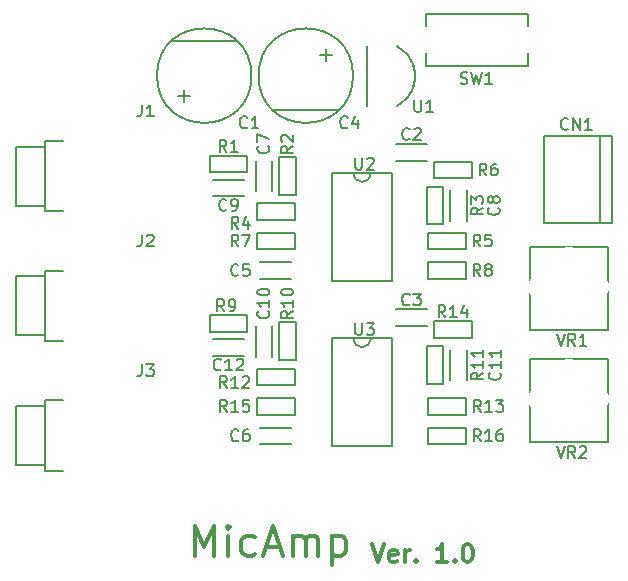
<source format=gto>
G04 #@! TF.FileFunction,Legend,Top*
%FSLAX46Y46*%
G04 Gerber Fmt 4.6, Leading zero omitted, Abs format (unit mm)*
G04 Created by KiCad (PCBNEW 4.0.1-stable) date 2018/08/01 23:42:05*
%MOMM*%
G01*
G04 APERTURE LIST*
%ADD10C,0.100000*%
%ADD11C,0.300000*%
%ADD12C,0.150000*%
%ADD13R,2.000000X2.000000*%
%ADD14C,2.000000*%
%ADD15R,1.400000X1.300000*%
%ADD16R,1.300000X1.400000*%
%ADD17C,2.800000*%
%ADD18C,2.400000*%
%ADD19C,3.600000*%
%ADD20C,1.924000*%
%ADD21C,1.600000*%
%ADD22O,1.400000X2.200000*%
G04 APERTURE END LIST*
D10*
D11*
X27678572Y-45178571D02*
X28178572Y-46678571D01*
X28678572Y-45178571D01*
X29750000Y-46607143D02*
X29607143Y-46678571D01*
X29321429Y-46678571D01*
X29178572Y-46607143D01*
X29107143Y-46464286D01*
X29107143Y-45892857D01*
X29178572Y-45750000D01*
X29321429Y-45678571D01*
X29607143Y-45678571D01*
X29750000Y-45750000D01*
X29821429Y-45892857D01*
X29821429Y-46035714D01*
X29107143Y-46178571D01*
X30464286Y-46678571D02*
X30464286Y-45678571D01*
X30464286Y-45964286D02*
X30535714Y-45821429D01*
X30607143Y-45750000D01*
X30750000Y-45678571D01*
X30892857Y-45678571D01*
X31392857Y-46535714D02*
X31464285Y-46607143D01*
X31392857Y-46678571D01*
X31321428Y-46607143D01*
X31392857Y-46535714D01*
X31392857Y-46678571D01*
X34035714Y-46678571D02*
X33178571Y-46678571D01*
X33607143Y-46678571D02*
X33607143Y-45178571D01*
X33464286Y-45392857D01*
X33321428Y-45535714D01*
X33178571Y-45607143D01*
X34678571Y-46535714D02*
X34749999Y-46607143D01*
X34678571Y-46678571D01*
X34607142Y-46607143D01*
X34678571Y-46535714D01*
X34678571Y-46678571D01*
X35678571Y-45178571D02*
X35821428Y-45178571D01*
X35964285Y-45250000D01*
X36035714Y-45321429D01*
X36107143Y-45464286D01*
X36178571Y-45750000D01*
X36178571Y-46107143D01*
X36107143Y-46392857D01*
X36035714Y-46535714D01*
X35964285Y-46607143D01*
X35821428Y-46678571D01*
X35678571Y-46678571D01*
X35535714Y-46607143D01*
X35464285Y-46535714D01*
X35392857Y-46392857D01*
X35321428Y-46107143D01*
X35321428Y-45750000D01*
X35392857Y-45464286D01*
X35464285Y-45321429D01*
X35535714Y-45250000D01*
X35678571Y-45178571D01*
X12630953Y-46130952D02*
X12630953Y-43630952D01*
X13464286Y-45416667D01*
X14297620Y-43630952D01*
X14297620Y-46130952D01*
X15488096Y-46130952D02*
X15488096Y-44464286D01*
X15488096Y-43630952D02*
X15369048Y-43750000D01*
X15488096Y-43869048D01*
X15607144Y-43750000D01*
X15488096Y-43630952D01*
X15488096Y-43869048D01*
X17750001Y-46011905D02*
X17511905Y-46130952D01*
X17035715Y-46130952D01*
X16797620Y-46011905D01*
X16678572Y-45892857D01*
X16559524Y-45654762D01*
X16559524Y-44940476D01*
X16678572Y-44702381D01*
X16797620Y-44583333D01*
X17035715Y-44464286D01*
X17511905Y-44464286D01*
X17750001Y-44583333D01*
X18702381Y-45416667D02*
X19892858Y-45416667D01*
X18464286Y-46130952D02*
X19297620Y-43630952D01*
X20130953Y-46130952D01*
X20964286Y-46130952D02*
X20964286Y-44464286D01*
X20964286Y-44702381D02*
X21083334Y-44583333D01*
X21321429Y-44464286D01*
X21678572Y-44464286D01*
X21916667Y-44583333D01*
X22035715Y-44821429D01*
X22035715Y-46130952D01*
X22035715Y-44821429D02*
X22154762Y-44583333D01*
X22392858Y-44464286D01*
X22750000Y-44464286D01*
X22988096Y-44583333D01*
X23107143Y-44821429D01*
X23107143Y-46130952D01*
X24297619Y-44464286D02*
X24297619Y-46964286D01*
X24297619Y-44583333D02*
X24535714Y-44464286D01*
X25011905Y-44464286D01*
X25250000Y-44583333D01*
X25369048Y-44702381D01*
X25488095Y-44940476D01*
X25488095Y-45654762D01*
X25369048Y-45892857D01*
X25250000Y-46011905D01*
X25011905Y-46130952D01*
X24535714Y-46130952D01*
X24297619Y-46011905D01*
D12*
X26048000Y-27738000D02*
G75*
G03X26810000Y-28500000I762000J0D01*
G01*
X26810000Y-28500000D02*
G75*
G03X27572000Y-27738000I0J762000D01*
G01*
X29350000Y-27738000D02*
X29350000Y-36882000D01*
X24270000Y-36882000D02*
X24270000Y-27738000D01*
X29350000Y-27738000D02*
X24270000Y-27738000D01*
X24270000Y-36882000D02*
X29350000Y-36882000D01*
X17900000Y-19500000D02*
X17900000Y-20200000D01*
X17900000Y-20200000D02*
X21100000Y-20200000D01*
X21100000Y-20200000D02*
X21100000Y-18800000D01*
X21100000Y-18800000D02*
X17900000Y-18800000D01*
X17900000Y-18800000D02*
X17900000Y-19500000D01*
X19200000Y-12700000D02*
X19200000Y-15300000D01*
X17800000Y-12700000D02*
X17800000Y-15300000D01*
X35700000Y-15200000D02*
X35700000Y-17800000D01*
X34300000Y-15200000D02*
X34300000Y-17800000D01*
X16800000Y-15700000D02*
X14200000Y-15700000D01*
X16800000Y-14300000D02*
X14200000Y-14300000D01*
X19200000Y-26700000D02*
X19200000Y-29300000D01*
X17800000Y-26700000D02*
X17800000Y-29300000D01*
X35700000Y-28700000D02*
X35700000Y-31300000D01*
X34300000Y-28700000D02*
X34300000Y-31300000D01*
X16800000Y-29200000D02*
X14200000Y-29200000D01*
X16800000Y-27800000D02*
X14200000Y-27800000D01*
X0Y-11500000D02*
X-2500000Y-11500000D01*
X-2500000Y-11500000D02*
X-2500000Y-16500000D01*
X-2500000Y-16500000D02*
X0Y-16500000D01*
X0Y-14000000D02*
X0Y-17000000D01*
X0Y-17000000D02*
X1500000Y-17000000D01*
X0Y-14000000D02*
X0Y-11000000D01*
X0Y-11000000D02*
X1500000Y-11000000D01*
X0Y-33500000D02*
X-2500000Y-33500000D01*
X-2500000Y-33500000D02*
X-2500000Y-38500000D01*
X-2500000Y-38500000D02*
X0Y-38500000D01*
X0Y-36000000D02*
X0Y-39000000D01*
X0Y-39000000D02*
X1500000Y-39000000D01*
X0Y-36000000D02*
X0Y-33000000D01*
X0Y-33000000D02*
X1500000Y-33000000D01*
X13900000Y-13000000D02*
X13900000Y-13700000D01*
X13900000Y-13700000D02*
X17100000Y-13700000D01*
X17100000Y-13700000D02*
X17100000Y-12300000D01*
X17100000Y-12300000D02*
X13900000Y-12300000D01*
X13900000Y-12300000D02*
X13900000Y-13000000D01*
X20500000Y-15600000D02*
X21200000Y-15600000D01*
X21200000Y-15600000D02*
X21200000Y-12400000D01*
X21200000Y-12400000D02*
X19800000Y-12400000D01*
X19800000Y-12400000D02*
X19800000Y-15600000D01*
X19800000Y-15600000D02*
X20500000Y-15600000D01*
X33000000Y-18100000D02*
X33700000Y-18100000D01*
X33700000Y-18100000D02*
X33700000Y-14900000D01*
X33700000Y-14900000D02*
X32300000Y-14900000D01*
X32300000Y-14900000D02*
X32300000Y-18100000D01*
X32300000Y-18100000D02*
X33000000Y-18100000D01*
X17900000Y-17000000D02*
X17900000Y-17700000D01*
X17900000Y-17700000D02*
X21100000Y-17700000D01*
X21100000Y-17700000D02*
X21100000Y-16300000D01*
X21100000Y-16300000D02*
X17900000Y-16300000D01*
X17900000Y-16300000D02*
X17900000Y-17000000D01*
X35600000Y-19500000D02*
X35600000Y-18800000D01*
X35600000Y-18800000D02*
X32400000Y-18800000D01*
X32400000Y-18800000D02*
X32400000Y-20200000D01*
X32400000Y-20200000D02*
X35600000Y-20200000D01*
X35600000Y-20200000D02*
X35600000Y-19500000D01*
X36100000Y-13500000D02*
X36100000Y-12800000D01*
X36100000Y-12800000D02*
X32900000Y-12800000D01*
X32900000Y-12800000D02*
X32900000Y-14200000D01*
X32900000Y-14200000D02*
X36100000Y-14200000D01*
X36100000Y-14200000D02*
X36100000Y-13500000D01*
X35600000Y-22000000D02*
X35600000Y-21300000D01*
X35600000Y-21300000D02*
X32400000Y-21300000D01*
X32400000Y-21300000D02*
X32400000Y-22700000D01*
X32400000Y-22700000D02*
X35600000Y-22700000D01*
X35600000Y-22700000D02*
X35600000Y-22000000D01*
X13900000Y-26500000D02*
X13900000Y-27200000D01*
X13900000Y-27200000D02*
X17100000Y-27200000D01*
X17100000Y-27200000D02*
X17100000Y-25800000D01*
X17100000Y-25800000D02*
X13900000Y-25800000D01*
X13900000Y-25800000D02*
X13900000Y-26500000D01*
X20500000Y-29600000D02*
X21200000Y-29600000D01*
X21200000Y-29600000D02*
X21200000Y-26400000D01*
X21200000Y-26400000D02*
X19800000Y-26400000D01*
X19800000Y-26400000D02*
X19800000Y-29600000D01*
X19800000Y-29600000D02*
X20500000Y-29600000D01*
X33000000Y-31600000D02*
X33700000Y-31600000D01*
X33700000Y-31600000D02*
X33700000Y-28400000D01*
X33700000Y-28400000D02*
X32300000Y-28400000D01*
X32300000Y-28400000D02*
X32300000Y-31600000D01*
X32300000Y-31600000D02*
X33000000Y-31600000D01*
X17900000Y-31000000D02*
X17900000Y-31700000D01*
X17900000Y-31700000D02*
X21100000Y-31700000D01*
X21100000Y-31700000D02*
X21100000Y-30300000D01*
X21100000Y-30300000D02*
X17900000Y-30300000D01*
X17900000Y-30300000D02*
X17900000Y-31000000D01*
X35600000Y-33500000D02*
X35600000Y-32800000D01*
X35600000Y-32800000D02*
X32400000Y-32800000D01*
X32400000Y-32800000D02*
X32400000Y-34200000D01*
X32400000Y-34200000D02*
X35600000Y-34200000D01*
X35600000Y-34200000D02*
X35600000Y-33500000D01*
X36100000Y-27000000D02*
X36100000Y-26300000D01*
X36100000Y-26300000D02*
X32900000Y-26300000D01*
X32900000Y-26300000D02*
X32900000Y-27700000D01*
X32900000Y-27700000D02*
X36100000Y-27700000D01*
X36100000Y-27700000D02*
X36100000Y-27000000D01*
X17900000Y-33500000D02*
X17900000Y-34200000D01*
X17900000Y-34200000D02*
X21100000Y-34200000D01*
X21100000Y-34200000D02*
X21100000Y-32800000D01*
X21100000Y-32800000D02*
X17900000Y-32800000D01*
X17900000Y-32800000D02*
X17900000Y-33500000D01*
X35600000Y-36000000D02*
X35600000Y-35300000D01*
X35600000Y-35300000D02*
X32400000Y-35300000D01*
X32400000Y-35300000D02*
X32400000Y-36700000D01*
X32400000Y-36700000D02*
X35600000Y-36700000D01*
X35600000Y-36700000D02*
X35600000Y-36000000D01*
X27230000Y-3000000D02*
X27230000Y-8080000D01*
X29770000Y-8080000D02*
G75*
G03X31040000Y-4270000I-1270000J2540000D01*
G01*
X31040000Y-6810000D02*
G75*
G03X29770000Y-3000000I-2540000J1270000D01*
G01*
X26048000Y-13738000D02*
G75*
G03X26810000Y-14500000I762000J0D01*
G01*
X26810000Y-14500000D02*
G75*
G03X27572000Y-13738000I0J762000D01*
G01*
X29350000Y-13738000D02*
X29350000Y-22882000D01*
X24270000Y-22882000D02*
X24270000Y-13738000D01*
X29350000Y-13738000D02*
X24270000Y-13738000D01*
X24270000Y-22882000D02*
X29350000Y-22882000D01*
X11250000Y-7250000D02*
X12250000Y-7250000D01*
X11750000Y-7250000D02*
X11750000Y-7750000D01*
X11750000Y-7250000D02*
X11750000Y-6750000D01*
X10700000Y-2600000D02*
X16100000Y-2600000D01*
X16100000Y-2600000D02*
X16200000Y-2600000D01*
X17450312Y-5500000D02*
G75*
G03X17450312Y-5500000I-4000312J0D01*
G01*
X24250000Y-3750000D02*
X23250000Y-3750000D01*
X23750000Y-3750000D02*
X23750000Y-3250000D01*
X23750000Y-3750000D02*
X23750000Y-4250000D01*
X24800000Y-8400000D02*
X19400000Y-8400000D01*
X19400000Y-8400000D02*
X19300000Y-8400000D01*
X26050312Y-5500000D02*
G75*
G03X26050312Y-5500000I-4000312J0D01*
G01*
X0Y-22500000D02*
X-2500000Y-22500000D01*
X-2500000Y-22500000D02*
X-2500000Y-27500000D01*
X-2500000Y-27500000D02*
X0Y-27500000D01*
X0Y-25000000D02*
X0Y-28000000D01*
X0Y-28000000D02*
X1500000Y-28000000D01*
X0Y-25000000D02*
X0Y-22000000D01*
X0Y-22000000D02*
X1500000Y-22000000D01*
X47000000Y-18000000D02*
X47000000Y-10600000D01*
X48000000Y-18000000D02*
X42250000Y-18000000D01*
X42250000Y-18000000D02*
X42250000Y-10600000D01*
X42250000Y-10600000D02*
X48000000Y-10600000D01*
X48000000Y-10600000D02*
X48000000Y-18000000D01*
X47600000Y-20000000D02*
X47600000Y-27000000D01*
X47600000Y-27000000D02*
X41000000Y-27000000D01*
X41000000Y-27000000D02*
X41000000Y-20000000D01*
X41000000Y-20000000D02*
X47600000Y-20000000D01*
X47600000Y-29500000D02*
X47600000Y-36500000D01*
X47600000Y-36500000D02*
X41000000Y-36500000D01*
X41000000Y-36500000D02*
X41000000Y-29500000D01*
X41000000Y-29500000D02*
X47600000Y-29500000D01*
X29700000Y-11300000D02*
X32300000Y-11300000D01*
X29700000Y-12700000D02*
X32300000Y-12700000D01*
X29700000Y-25300000D02*
X32300000Y-25300000D01*
X29700000Y-26700000D02*
X32300000Y-26700000D01*
X18200000Y-21300000D02*
X20800000Y-21300000D01*
X18200000Y-22700000D02*
X20800000Y-22700000D01*
X18200000Y-35300000D02*
X20800000Y-35300000D01*
X18200000Y-36700000D02*
X20800000Y-36700000D01*
X32200000Y-4700000D02*
X32200000Y-300000D01*
X32200000Y-300000D02*
X40900000Y-300000D01*
X40900000Y-300000D02*
X40900000Y-4700000D01*
X40900000Y-4700000D02*
X32200000Y-4700000D01*
X26238095Y-26452381D02*
X26238095Y-27261905D01*
X26285714Y-27357143D01*
X26333333Y-27404762D01*
X26428571Y-27452381D01*
X26619048Y-27452381D01*
X26714286Y-27404762D01*
X26761905Y-27357143D01*
X26809524Y-27261905D01*
X26809524Y-26452381D01*
X27190476Y-26452381D02*
X27809524Y-26452381D01*
X27476190Y-26833333D01*
X27619048Y-26833333D01*
X27714286Y-26880952D01*
X27761905Y-26928571D01*
X27809524Y-27023810D01*
X27809524Y-27261905D01*
X27761905Y-27357143D01*
X27714286Y-27404762D01*
X27619048Y-27452381D01*
X27333333Y-27452381D01*
X27238095Y-27404762D01*
X27190476Y-27357143D01*
X16333334Y-19952381D02*
X16000000Y-19476190D01*
X15761905Y-19952381D02*
X15761905Y-18952381D01*
X16142858Y-18952381D01*
X16238096Y-19000000D01*
X16285715Y-19047619D01*
X16333334Y-19142857D01*
X16333334Y-19285714D01*
X16285715Y-19380952D01*
X16238096Y-19428571D01*
X16142858Y-19476190D01*
X15761905Y-19476190D01*
X16666667Y-18952381D02*
X17333334Y-18952381D01*
X16904762Y-19952381D01*
X18857143Y-11466666D02*
X18904762Y-11514285D01*
X18952381Y-11657142D01*
X18952381Y-11752380D01*
X18904762Y-11895238D01*
X18809524Y-11990476D01*
X18714286Y-12038095D01*
X18523810Y-12085714D01*
X18380952Y-12085714D01*
X18190476Y-12038095D01*
X18095238Y-11990476D01*
X18000000Y-11895238D01*
X17952381Y-11752380D01*
X17952381Y-11657142D01*
X18000000Y-11514285D01*
X18047619Y-11466666D01*
X17952381Y-11133333D02*
X17952381Y-10466666D01*
X18952381Y-10895238D01*
X38357143Y-16666666D02*
X38404762Y-16714285D01*
X38452381Y-16857142D01*
X38452381Y-16952380D01*
X38404762Y-17095238D01*
X38309524Y-17190476D01*
X38214286Y-17238095D01*
X38023810Y-17285714D01*
X37880952Y-17285714D01*
X37690476Y-17238095D01*
X37595238Y-17190476D01*
X37500000Y-17095238D01*
X37452381Y-16952380D01*
X37452381Y-16857142D01*
X37500000Y-16714285D01*
X37547619Y-16666666D01*
X37880952Y-16095238D02*
X37833333Y-16190476D01*
X37785714Y-16238095D01*
X37690476Y-16285714D01*
X37642857Y-16285714D01*
X37547619Y-16238095D01*
X37500000Y-16190476D01*
X37452381Y-16095238D01*
X37452381Y-15904761D01*
X37500000Y-15809523D01*
X37547619Y-15761904D01*
X37642857Y-15714285D01*
X37690476Y-15714285D01*
X37785714Y-15761904D01*
X37833333Y-15809523D01*
X37880952Y-15904761D01*
X37880952Y-16095238D01*
X37928571Y-16190476D01*
X37976190Y-16238095D01*
X38071429Y-16285714D01*
X38261905Y-16285714D01*
X38357143Y-16238095D01*
X38404762Y-16190476D01*
X38452381Y-16095238D01*
X38452381Y-15904761D01*
X38404762Y-15809523D01*
X38357143Y-15761904D01*
X38261905Y-15714285D01*
X38071429Y-15714285D01*
X37976190Y-15761904D01*
X37928571Y-15809523D01*
X37880952Y-15904761D01*
X15333334Y-16857143D02*
X15285715Y-16904762D01*
X15142858Y-16952381D01*
X15047620Y-16952381D01*
X14904762Y-16904762D01*
X14809524Y-16809524D01*
X14761905Y-16714286D01*
X14714286Y-16523810D01*
X14714286Y-16380952D01*
X14761905Y-16190476D01*
X14809524Y-16095238D01*
X14904762Y-16000000D01*
X15047620Y-15952381D01*
X15142858Y-15952381D01*
X15285715Y-16000000D01*
X15333334Y-16047619D01*
X15809524Y-16952381D02*
X16000000Y-16952381D01*
X16095239Y-16904762D01*
X16142858Y-16857143D01*
X16238096Y-16714286D01*
X16285715Y-16523810D01*
X16285715Y-16142857D01*
X16238096Y-16047619D01*
X16190477Y-16000000D01*
X16095239Y-15952381D01*
X15904762Y-15952381D01*
X15809524Y-16000000D01*
X15761905Y-16047619D01*
X15714286Y-16142857D01*
X15714286Y-16380952D01*
X15761905Y-16476190D01*
X15809524Y-16523810D01*
X15904762Y-16571429D01*
X16095239Y-16571429D01*
X16190477Y-16523810D01*
X16238096Y-16476190D01*
X16285715Y-16380952D01*
X18857143Y-25442857D02*
X18904762Y-25490476D01*
X18952381Y-25633333D01*
X18952381Y-25728571D01*
X18904762Y-25871429D01*
X18809524Y-25966667D01*
X18714286Y-26014286D01*
X18523810Y-26061905D01*
X18380952Y-26061905D01*
X18190476Y-26014286D01*
X18095238Y-25966667D01*
X18000000Y-25871429D01*
X17952381Y-25728571D01*
X17952381Y-25633333D01*
X18000000Y-25490476D01*
X18047619Y-25442857D01*
X18952381Y-24490476D02*
X18952381Y-25061905D01*
X18952381Y-24776191D02*
X17952381Y-24776191D01*
X18095238Y-24871429D01*
X18190476Y-24966667D01*
X18238095Y-25061905D01*
X17952381Y-23871429D02*
X17952381Y-23776190D01*
X18000000Y-23680952D01*
X18047619Y-23633333D01*
X18142857Y-23585714D01*
X18333333Y-23538095D01*
X18571429Y-23538095D01*
X18761905Y-23585714D01*
X18857143Y-23633333D01*
X18904762Y-23680952D01*
X18952381Y-23776190D01*
X18952381Y-23871429D01*
X18904762Y-23966667D01*
X18857143Y-24014286D01*
X18761905Y-24061905D01*
X18571429Y-24109524D01*
X18333333Y-24109524D01*
X18142857Y-24061905D01*
X18047619Y-24014286D01*
X18000000Y-23966667D01*
X17952381Y-23871429D01*
X38457143Y-30642857D02*
X38504762Y-30690476D01*
X38552381Y-30833333D01*
X38552381Y-30928571D01*
X38504762Y-31071429D01*
X38409524Y-31166667D01*
X38314286Y-31214286D01*
X38123810Y-31261905D01*
X37980952Y-31261905D01*
X37790476Y-31214286D01*
X37695238Y-31166667D01*
X37600000Y-31071429D01*
X37552381Y-30928571D01*
X37552381Y-30833333D01*
X37600000Y-30690476D01*
X37647619Y-30642857D01*
X38552381Y-29690476D02*
X38552381Y-30261905D01*
X38552381Y-29976191D02*
X37552381Y-29976191D01*
X37695238Y-30071429D01*
X37790476Y-30166667D01*
X37838095Y-30261905D01*
X38552381Y-28738095D02*
X38552381Y-29309524D01*
X38552381Y-29023810D02*
X37552381Y-29023810D01*
X37695238Y-29119048D01*
X37790476Y-29214286D01*
X37838095Y-29309524D01*
X14857143Y-30357143D02*
X14809524Y-30404762D01*
X14666667Y-30452381D01*
X14571429Y-30452381D01*
X14428571Y-30404762D01*
X14333333Y-30309524D01*
X14285714Y-30214286D01*
X14238095Y-30023810D01*
X14238095Y-29880952D01*
X14285714Y-29690476D01*
X14333333Y-29595238D01*
X14428571Y-29500000D01*
X14571429Y-29452381D01*
X14666667Y-29452381D01*
X14809524Y-29500000D01*
X14857143Y-29547619D01*
X15809524Y-30452381D02*
X15238095Y-30452381D01*
X15523809Y-30452381D02*
X15523809Y-29452381D01*
X15428571Y-29595238D01*
X15333333Y-29690476D01*
X15238095Y-29738095D01*
X16190476Y-29547619D02*
X16238095Y-29500000D01*
X16333333Y-29452381D01*
X16571429Y-29452381D01*
X16666667Y-29500000D01*
X16714286Y-29547619D01*
X16761905Y-29642857D01*
X16761905Y-29738095D01*
X16714286Y-29880952D01*
X16142857Y-30452381D01*
X16761905Y-30452381D01*
X8166667Y-7952381D02*
X8166667Y-8666667D01*
X8119047Y-8809524D01*
X8023809Y-8904762D01*
X7880952Y-8952381D01*
X7785714Y-8952381D01*
X9166667Y-8952381D02*
X8595238Y-8952381D01*
X8880952Y-8952381D02*
X8880952Y-7952381D01*
X8785714Y-8095238D01*
X8690476Y-8190476D01*
X8595238Y-8238095D01*
X8166667Y-29952381D02*
X8166667Y-30666667D01*
X8119047Y-30809524D01*
X8023809Y-30904762D01*
X7880952Y-30952381D01*
X7785714Y-30952381D01*
X8547619Y-29952381D02*
X9166667Y-29952381D01*
X8833333Y-30333333D01*
X8976191Y-30333333D01*
X9071429Y-30380952D01*
X9119048Y-30428571D01*
X9166667Y-30523810D01*
X9166667Y-30761905D01*
X9119048Y-30857143D01*
X9071429Y-30904762D01*
X8976191Y-30952381D01*
X8690476Y-30952381D01*
X8595238Y-30904762D01*
X8547619Y-30857143D01*
X15333334Y-11952381D02*
X15000000Y-11476190D01*
X14761905Y-11952381D02*
X14761905Y-10952381D01*
X15142858Y-10952381D01*
X15238096Y-11000000D01*
X15285715Y-11047619D01*
X15333334Y-11142857D01*
X15333334Y-11285714D01*
X15285715Y-11380952D01*
X15238096Y-11428571D01*
X15142858Y-11476190D01*
X14761905Y-11476190D01*
X16285715Y-11952381D02*
X15714286Y-11952381D01*
X16000000Y-11952381D02*
X16000000Y-10952381D01*
X15904762Y-11095238D01*
X15809524Y-11190476D01*
X15714286Y-11238095D01*
X20952381Y-11466666D02*
X20476190Y-11800000D01*
X20952381Y-12038095D02*
X19952381Y-12038095D01*
X19952381Y-11657142D01*
X20000000Y-11561904D01*
X20047619Y-11514285D01*
X20142857Y-11466666D01*
X20285714Y-11466666D01*
X20380952Y-11514285D01*
X20428571Y-11561904D01*
X20476190Y-11657142D01*
X20476190Y-12038095D01*
X20047619Y-11085714D02*
X20000000Y-11038095D01*
X19952381Y-10942857D01*
X19952381Y-10704761D01*
X20000000Y-10609523D01*
X20047619Y-10561904D01*
X20142857Y-10514285D01*
X20238095Y-10514285D01*
X20380952Y-10561904D01*
X20952381Y-11133333D01*
X20952381Y-10514285D01*
X37052381Y-16666666D02*
X36576190Y-17000000D01*
X37052381Y-17238095D02*
X36052381Y-17238095D01*
X36052381Y-16857142D01*
X36100000Y-16761904D01*
X36147619Y-16714285D01*
X36242857Y-16666666D01*
X36385714Y-16666666D01*
X36480952Y-16714285D01*
X36528571Y-16761904D01*
X36576190Y-16857142D01*
X36576190Y-17238095D01*
X36052381Y-16333333D02*
X36052381Y-15714285D01*
X36433333Y-16047619D01*
X36433333Y-15904761D01*
X36480952Y-15809523D01*
X36528571Y-15761904D01*
X36623810Y-15714285D01*
X36861905Y-15714285D01*
X36957143Y-15761904D01*
X37004762Y-15809523D01*
X37052381Y-15904761D01*
X37052381Y-16190476D01*
X37004762Y-16285714D01*
X36957143Y-16333333D01*
X16333334Y-18452381D02*
X16000000Y-17976190D01*
X15761905Y-18452381D02*
X15761905Y-17452381D01*
X16142858Y-17452381D01*
X16238096Y-17500000D01*
X16285715Y-17547619D01*
X16333334Y-17642857D01*
X16333334Y-17785714D01*
X16285715Y-17880952D01*
X16238096Y-17928571D01*
X16142858Y-17976190D01*
X15761905Y-17976190D01*
X17190477Y-17785714D02*
X17190477Y-18452381D01*
X16952381Y-17404762D02*
X16714286Y-18119048D01*
X17333334Y-18119048D01*
X36833334Y-19952381D02*
X36500000Y-19476190D01*
X36261905Y-19952381D02*
X36261905Y-18952381D01*
X36642858Y-18952381D01*
X36738096Y-19000000D01*
X36785715Y-19047619D01*
X36833334Y-19142857D01*
X36833334Y-19285714D01*
X36785715Y-19380952D01*
X36738096Y-19428571D01*
X36642858Y-19476190D01*
X36261905Y-19476190D01*
X37738096Y-18952381D02*
X37261905Y-18952381D01*
X37214286Y-19428571D01*
X37261905Y-19380952D01*
X37357143Y-19333333D01*
X37595239Y-19333333D01*
X37690477Y-19380952D01*
X37738096Y-19428571D01*
X37785715Y-19523810D01*
X37785715Y-19761905D01*
X37738096Y-19857143D01*
X37690477Y-19904762D01*
X37595239Y-19952381D01*
X37357143Y-19952381D01*
X37261905Y-19904762D01*
X37214286Y-19857143D01*
X37333334Y-13952381D02*
X37000000Y-13476190D01*
X36761905Y-13952381D02*
X36761905Y-12952381D01*
X37142858Y-12952381D01*
X37238096Y-13000000D01*
X37285715Y-13047619D01*
X37333334Y-13142857D01*
X37333334Y-13285714D01*
X37285715Y-13380952D01*
X37238096Y-13428571D01*
X37142858Y-13476190D01*
X36761905Y-13476190D01*
X38190477Y-12952381D02*
X38000000Y-12952381D01*
X37904762Y-13000000D01*
X37857143Y-13047619D01*
X37761905Y-13190476D01*
X37714286Y-13380952D01*
X37714286Y-13761905D01*
X37761905Y-13857143D01*
X37809524Y-13904762D01*
X37904762Y-13952381D01*
X38095239Y-13952381D01*
X38190477Y-13904762D01*
X38238096Y-13857143D01*
X38285715Y-13761905D01*
X38285715Y-13523810D01*
X38238096Y-13428571D01*
X38190477Y-13380952D01*
X38095239Y-13333333D01*
X37904762Y-13333333D01*
X37809524Y-13380952D01*
X37761905Y-13428571D01*
X37714286Y-13523810D01*
X36833334Y-22452381D02*
X36500000Y-21976190D01*
X36261905Y-22452381D02*
X36261905Y-21452381D01*
X36642858Y-21452381D01*
X36738096Y-21500000D01*
X36785715Y-21547619D01*
X36833334Y-21642857D01*
X36833334Y-21785714D01*
X36785715Y-21880952D01*
X36738096Y-21928571D01*
X36642858Y-21976190D01*
X36261905Y-21976190D01*
X37404762Y-21880952D02*
X37309524Y-21833333D01*
X37261905Y-21785714D01*
X37214286Y-21690476D01*
X37214286Y-21642857D01*
X37261905Y-21547619D01*
X37309524Y-21500000D01*
X37404762Y-21452381D01*
X37595239Y-21452381D01*
X37690477Y-21500000D01*
X37738096Y-21547619D01*
X37785715Y-21642857D01*
X37785715Y-21690476D01*
X37738096Y-21785714D01*
X37690477Y-21833333D01*
X37595239Y-21880952D01*
X37404762Y-21880952D01*
X37309524Y-21928571D01*
X37261905Y-21976190D01*
X37214286Y-22071429D01*
X37214286Y-22261905D01*
X37261905Y-22357143D01*
X37309524Y-22404762D01*
X37404762Y-22452381D01*
X37595239Y-22452381D01*
X37690477Y-22404762D01*
X37738096Y-22357143D01*
X37785715Y-22261905D01*
X37785715Y-22071429D01*
X37738096Y-21976190D01*
X37690477Y-21928571D01*
X37595239Y-21880952D01*
X15133334Y-25452381D02*
X14800000Y-24976190D01*
X14561905Y-25452381D02*
X14561905Y-24452381D01*
X14942858Y-24452381D01*
X15038096Y-24500000D01*
X15085715Y-24547619D01*
X15133334Y-24642857D01*
X15133334Y-24785714D01*
X15085715Y-24880952D01*
X15038096Y-24928571D01*
X14942858Y-24976190D01*
X14561905Y-24976190D01*
X15609524Y-25452381D02*
X15800000Y-25452381D01*
X15895239Y-25404762D01*
X15942858Y-25357143D01*
X16038096Y-25214286D01*
X16085715Y-25023810D01*
X16085715Y-24642857D01*
X16038096Y-24547619D01*
X15990477Y-24500000D01*
X15895239Y-24452381D01*
X15704762Y-24452381D01*
X15609524Y-24500000D01*
X15561905Y-24547619D01*
X15514286Y-24642857D01*
X15514286Y-24880952D01*
X15561905Y-24976190D01*
X15609524Y-25023810D01*
X15704762Y-25071429D01*
X15895239Y-25071429D01*
X15990477Y-25023810D01*
X16038096Y-24976190D01*
X16085715Y-24880952D01*
X20952381Y-25442857D02*
X20476190Y-25776191D01*
X20952381Y-26014286D02*
X19952381Y-26014286D01*
X19952381Y-25633333D01*
X20000000Y-25538095D01*
X20047619Y-25490476D01*
X20142857Y-25442857D01*
X20285714Y-25442857D01*
X20380952Y-25490476D01*
X20428571Y-25538095D01*
X20476190Y-25633333D01*
X20476190Y-26014286D01*
X20952381Y-24490476D02*
X20952381Y-25061905D01*
X20952381Y-24776191D02*
X19952381Y-24776191D01*
X20095238Y-24871429D01*
X20190476Y-24966667D01*
X20238095Y-25061905D01*
X19952381Y-23871429D02*
X19952381Y-23776190D01*
X20000000Y-23680952D01*
X20047619Y-23633333D01*
X20142857Y-23585714D01*
X20333333Y-23538095D01*
X20571429Y-23538095D01*
X20761905Y-23585714D01*
X20857143Y-23633333D01*
X20904762Y-23680952D01*
X20952381Y-23776190D01*
X20952381Y-23871429D01*
X20904762Y-23966667D01*
X20857143Y-24014286D01*
X20761905Y-24061905D01*
X20571429Y-24109524D01*
X20333333Y-24109524D01*
X20142857Y-24061905D01*
X20047619Y-24014286D01*
X20000000Y-23966667D01*
X19952381Y-23871429D01*
X37052381Y-30642857D02*
X36576190Y-30976191D01*
X37052381Y-31214286D02*
X36052381Y-31214286D01*
X36052381Y-30833333D01*
X36100000Y-30738095D01*
X36147619Y-30690476D01*
X36242857Y-30642857D01*
X36385714Y-30642857D01*
X36480952Y-30690476D01*
X36528571Y-30738095D01*
X36576190Y-30833333D01*
X36576190Y-31214286D01*
X37052381Y-29690476D02*
X37052381Y-30261905D01*
X37052381Y-29976191D02*
X36052381Y-29976191D01*
X36195238Y-30071429D01*
X36290476Y-30166667D01*
X36338095Y-30261905D01*
X37052381Y-28738095D02*
X37052381Y-29309524D01*
X37052381Y-29023810D02*
X36052381Y-29023810D01*
X36195238Y-29119048D01*
X36290476Y-29214286D01*
X36338095Y-29309524D01*
X15357143Y-31952381D02*
X15023809Y-31476190D01*
X14785714Y-31952381D02*
X14785714Y-30952381D01*
X15166667Y-30952381D01*
X15261905Y-31000000D01*
X15309524Y-31047619D01*
X15357143Y-31142857D01*
X15357143Y-31285714D01*
X15309524Y-31380952D01*
X15261905Y-31428571D01*
X15166667Y-31476190D01*
X14785714Y-31476190D01*
X16309524Y-31952381D02*
X15738095Y-31952381D01*
X16023809Y-31952381D02*
X16023809Y-30952381D01*
X15928571Y-31095238D01*
X15833333Y-31190476D01*
X15738095Y-31238095D01*
X16690476Y-31047619D02*
X16738095Y-31000000D01*
X16833333Y-30952381D01*
X17071429Y-30952381D01*
X17166667Y-31000000D01*
X17214286Y-31047619D01*
X17261905Y-31142857D01*
X17261905Y-31238095D01*
X17214286Y-31380952D01*
X16642857Y-31952381D01*
X17261905Y-31952381D01*
X36857143Y-33952381D02*
X36523809Y-33476190D01*
X36285714Y-33952381D02*
X36285714Y-32952381D01*
X36666667Y-32952381D01*
X36761905Y-33000000D01*
X36809524Y-33047619D01*
X36857143Y-33142857D01*
X36857143Y-33285714D01*
X36809524Y-33380952D01*
X36761905Y-33428571D01*
X36666667Y-33476190D01*
X36285714Y-33476190D01*
X37809524Y-33952381D02*
X37238095Y-33952381D01*
X37523809Y-33952381D02*
X37523809Y-32952381D01*
X37428571Y-33095238D01*
X37333333Y-33190476D01*
X37238095Y-33238095D01*
X38142857Y-32952381D02*
X38761905Y-32952381D01*
X38428571Y-33333333D01*
X38571429Y-33333333D01*
X38666667Y-33380952D01*
X38714286Y-33428571D01*
X38761905Y-33523810D01*
X38761905Y-33761905D01*
X38714286Y-33857143D01*
X38666667Y-33904762D01*
X38571429Y-33952381D01*
X38285714Y-33952381D01*
X38190476Y-33904762D01*
X38142857Y-33857143D01*
X33857143Y-25952381D02*
X33523809Y-25476190D01*
X33285714Y-25952381D02*
X33285714Y-24952381D01*
X33666667Y-24952381D01*
X33761905Y-25000000D01*
X33809524Y-25047619D01*
X33857143Y-25142857D01*
X33857143Y-25285714D01*
X33809524Y-25380952D01*
X33761905Y-25428571D01*
X33666667Y-25476190D01*
X33285714Y-25476190D01*
X34809524Y-25952381D02*
X34238095Y-25952381D01*
X34523809Y-25952381D02*
X34523809Y-24952381D01*
X34428571Y-25095238D01*
X34333333Y-25190476D01*
X34238095Y-25238095D01*
X35666667Y-25285714D02*
X35666667Y-25952381D01*
X35428571Y-24904762D02*
X35190476Y-25619048D01*
X35809524Y-25619048D01*
X15357143Y-33952381D02*
X15023809Y-33476190D01*
X14785714Y-33952381D02*
X14785714Y-32952381D01*
X15166667Y-32952381D01*
X15261905Y-33000000D01*
X15309524Y-33047619D01*
X15357143Y-33142857D01*
X15357143Y-33285714D01*
X15309524Y-33380952D01*
X15261905Y-33428571D01*
X15166667Y-33476190D01*
X14785714Y-33476190D01*
X16309524Y-33952381D02*
X15738095Y-33952381D01*
X16023809Y-33952381D02*
X16023809Y-32952381D01*
X15928571Y-33095238D01*
X15833333Y-33190476D01*
X15738095Y-33238095D01*
X17214286Y-32952381D02*
X16738095Y-32952381D01*
X16690476Y-33428571D01*
X16738095Y-33380952D01*
X16833333Y-33333333D01*
X17071429Y-33333333D01*
X17166667Y-33380952D01*
X17214286Y-33428571D01*
X17261905Y-33523810D01*
X17261905Y-33761905D01*
X17214286Y-33857143D01*
X17166667Y-33904762D01*
X17071429Y-33952381D01*
X16833333Y-33952381D01*
X16738095Y-33904762D01*
X16690476Y-33857143D01*
X36857143Y-36452381D02*
X36523809Y-35976190D01*
X36285714Y-36452381D02*
X36285714Y-35452381D01*
X36666667Y-35452381D01*
X36761905Y-35500000D01*
X36809524Y-35547619D01*
X36857143Y-35642857D01*
X36857143Y-35785714D01*
X36809524Y-35880952D01*
X36761905Y-35928571D01*
X36666667Y-35976190D01*
X36285714Y-35976190D01*
X37809524Y-36452381D02*
X37238095Y-36452381D01*
X37523809Y-36452381D02*
X37523809Y-35452381D01*
X37428571Y-35595238D01*
X37333333Y-35690476D01*
X37238095Y-35738095D01*
X38666667Y-35452381D02*
X38476190Y-35452381D01*
X38380952Y-35500000D01*
X38333333Y-35547619D01*
X38238095Y-35690476D01*
X38190476Y-35880952D01*
X38190476Y-36261905D01*
X38238095Y-36357143D01*
X38285714Y-36404762D01*
X38380952Y-36452381D01*
X38571429Y-36452381D01*
X38666667Y-36404762D01*
X38714286Y-36357143D01*
X38761905Y-36261905D01*
X38761905Y-36023810D01*
X38714286Y-35928571D01*
X38666667Y-35880952D01*
X38571429Y-35833333D01*
X38380952Y-35833333D01*
X38285714Y-35880952D01*
X38238095Y-35928571D01*
X38190476Y-36023810D01*
X31238095Y-7552381D02*
X31238095Y-8361905D01*
X31285714Y-8457143D01*
X31333333Y-8504762D01*
X31428571Y-8552381D01*
X31619048Y-8552381D01*
X31714286Y-8504762D01*
X31761905Y-8457143D01*
X31809524Y-8361905D01*
X31809524Y-7552381D01*
X32809524Y-8552381D02*
X32238095Y-8552381D01*
X32523809Y-8552381D02*
X32523809Y-7552381D01*
X32428571Y-7695238D01*
X32333333Y-7790476D01*
X32238095Y-7838095D01*
X26238095Y-12452381D02*
X26238095Y-13261905D01*
X26285714Y-13357143D01*
X26333333Y-13404762D01*
X26428571Y-13452381D01*
X26619048Y-13452381D01*
X26714286Y-13404762D01*
X26761905Y-13357143D01*
X26809524Y-13261905D01*
X26809524Y-12452381D01*
X27238095Y-12547619D02*
X27285714Y-12500000D01*
X27380952Y-12452381D01*
X27619048Y-12452381D01*
X27714286Y-12500000D01*
X27761905Y-12547619D01*
X27809524Y-12642857D01*
X27809524Y-12738095D01*
X27761905Y-12880952D01*
X27190476Y-13452381D01*
X27809524Y-13452381D01*
X17083334Y-9857143D02*
X17035715Y-9904762D01*
X16892858Y-9952381D01*
X16797620Y-9952381D01*
X16654762Y-9904762D01*
X16559524Y-9809524D01*
X16511905Y-9714286D01*
X16464286Y-9523810D01*
X16464286Y-9380952D01*
X16511905Y-9190476D01*
X16559524Y-9095238D01*
X16654762Y-9000000D01*
X16797620Y-8952381D01*
X16892858Y-8952381D01*
X17035715Y-9000000D01*
X17083334Y-9047619D01*
X18035715Y-9952381D02*
X17464286Y-9952381D01*
X17750000Y-9952381D02*
X17750000Y-8952381D01*
X17654762Y-9095238D01*
X17559524Y-9190476D01*
X17464286Y-9238095D01*
X25583334Y-9857143D02*
X25535715Y-9904762D01*
X25392858Y-9952381D01*
X25297620Y-9952381D01*
X25154762Y-9904762D01*
X25059524Y-9809524D01*
X25011905Y-9714286D01*
X24964286Y-9523810D01*
X24964286Y-9380952D01*
X25011905Y-9190476D01*
X25059524Y-9095238D01*
X25154762Y-9000000D01*
X25297620Y-8952381D01*
X25392858Y-8952381D01*
X25535715Y-9000000D01*
X25583334Y-9047619D01*
X26440477Y-9285714D02*
X26440477Y-9952381D01*
X26202381Y-8904762D02*
X25964286Y-9619048D01*
X26583334Y-9619048D01*
X8166667Y-18952381D02*
X8166667Y-19666667D01*
X8119047Y-19809524D01*
X8023809Y-19904762D01*
X7880952Y-19952381D01*
X7785714Y-19952381D01*
X8595238Y-19047619D02*
X8642857Y-19000000D01*
X8738095Y-18952381D01*
X8976191Y-18952381D01*
X9071429Y-19000000D01*
X9119048Y-19047619D01*
X9166667Y-19142857D01*
X9166667Y-19238095D01*
X9119048Y-19380952D01*
X8547619Y-19952381D01*
X9166667Y-19952381D01*
X44259524Y-10007143D02*
X44211905Y-10054762D01*
X44069048Y-10102381D01*
X43973810Y-10102381D01*
X43830952Y-10054762D01*
X43735714Y-9959524D01*
X43688095Y-9864286D01*
X43640476Y-9673810D01*
X43640476Y-9530952D01*
X43688095Y-9340476D01*
X43735714Y-9245238D01*
X43830952Y-9150000D01*
X43973810Y-9102381D01*
X44069048Y-9102381D01*
X44211905Y-9150000D01*
X44259524Y-9197619D01*
X44688095Y-10102381D02*
X44688095Y-9102381D01*
X45259524Y-10102381D01*
X45259524Y-9102381D01*
X46259524Y-10102381D02*
X45688095Y-10102381D01*
X45973809Y-10102381D02*
X45973809Y-9102381D01*
X45878571Y-9245238D01*
X45783333Y-9340476D01*
X45688095Y-9388095D01*
X43290476Y-27352381D02*
X43623809Y-28352381D01*
X43957143Y-27352381D01*
X44861905Y-28352381D02*
X44528571Y-27876190D01*
X44290476Y-28352381D02*
X44290476Y-27352381D01*
X44671429Y-27352381D01*
X44766667Y-27400000D01*
X44814286Y-27447619D01*
X44861905Y-27542857D01*
X44861905Y-27685714D01*
X44814286Y-27780952D01*
X44766667Y-27828571D01*
X44671429Y-27876190D01*
X44290476Y-27876190D01*
X45814286Y-28352381D02*
X45242857Y-28352381D01*
X45528571Y-28352381D02*
X45528571Y-27352381D01*
X45433333Y-27495238D01*
X45338095Y-27590476D01*
X45242857Y-27638095D01*
X43290476Y-36852381D02*
X43623809Y-37852381D01*
X43957143Y-36852381D01*
X44861905Y-37852381D02*
X44528571Y-37376190D01*
X44290476Y-37852381D02*
X44290476Y-36852381D01*
X44671429Y-36852381D01*
X44766667Y-36900000D01*
X44814286Y-36947619D01*
X44861905Y-37042857D01*
X44861905Y-37185714D01*
X44814286Y-37280952D01*
X44766667Y-37328571D01*
X44671429Y-37376190D01*
X44290476Y-37376190D01*
X45242857Y-36947619D02*
X45290476Y-36900000D01*
X45385714Y-36852381D01*
X45623810Y-36852381D01*
X45719048Y-36900000D01*
X45766667Y-36947619D01*
X45814286Y-37042857D01*
X45814286Y-37138095D01*
X45766667Y-37280952D01*
X45195238Y-37852381D01*
X45814286Y-37852381D01*
X30833334Y-10857143D02*
X30785715Y-10904762D01*
X30642858Y-10952381D01*
X30547620Y-10952381D01*
X30404762Y-10904762D01*
X30309524Y-10809524D01*
X30261905Y-10714286D01*
X30214286Y-10523810D01*
X30214286Y-10380952D01*
X30261905Y-10190476D01*
X30309524Y-10095238D01*
X30404762Y-10000000D01*
X30547620Y-9952381D01*
X30642858Y-9952381D01*
X30785715Y-10000000D01*
X30833334Y-10047619D01*
X31214286Y-10047619D02*
X31261905Y-10000000D01*
X31357143Y-9952381D01*
X31595239Y-9952381D01*
X31690477Y-10000000D01*
X31738096Y-10047619D01*
X31785715Y-10142857D01*
X31785715Y-10238095D01*
X31738096Y-10380952D01*
X31166667Y-10952381D01*
X31785715Y-10952381D01*
X30833334Y-24857143D02*
X30785715Y-24904762D01*
X30642858Y-24952381D01*
X30547620Y-24952381D01*
X30404762Y-24904762D01*
X30309524Y-24809524D01*
X30261905Y-24714286D01*
X30214286Y-24523810D01*
X30214286Y-24380952D01*
X30261905Y-24190476D01*
X30309524Y-24095238D01*
X30404762Y-24000000D01*
X30547620Y-23952381D01*
X30642858Y-23952381D01*
X30785715Y-24000000D01*
X30833334Y-24047619D01*
X31166667Y-23952381D02*
X31785715Y-23952381D01*
X31452381Y-24333333D01*
X31595239Y-24333333D01*
X31690477Y-24380952D01*
X31738096Y-24428571D01*
X31785715Y-24523810D01*
X31785715Y-24761905D01*
X31738096Y-24857143D01*
X31690477Y-24904762D01*
X31595239Y-24952381D01*
X31309524Y-24952381D01*
X31214286Y-24904762D01*
X31166667Y-24857143D01*
X16333334Y-22357143D02*
X16285715Y-22404762D01*
X16142858Y-22452381D01*
X16047620Y-22452381D01*
X15904762Y-22404762D01*
X15809524Y-22309524D01*
X15761905Y-22214286D01*
X15714286Y-22023810D01*
X15714286Y-21880952D01*
X15761905Y-21690476D01*
X15809524Y-21595238D01*
X15904762Y-21500000D01*
X16047620Y-21452381D01*
X16142858Y-21452381D01*
X16285715Y-21500000D01*
X16333334Y-21547619D01*
X17238096Y-21452381D02*
X16761905Y-21452381D01*
X16714286Y-21928571D01*
X16761905Y-21880952D01*
X16857143Y-21833333D01*
X17095239Y-21833333D01*
X17190477Y-21880952D01*
X17238096Y-21928571D01*
X17285715Y-22023810D01*
X17285715Y-22261905D01*
X17238096Y-22357143D01*
X17190477Y-22404762D01*
X17095239Y-22452381D01*
X16857143Y-22452381D01*
X16761905Y-22404762D01*
X16714286Y-22357143D01*
X16333334Y-36357143D02*
X16285715Y-36404762D01*
X16142858Y-36452381D01*
X16047620Y-36452381D01*
X15904762Y-36404762D01*
X15809524Y-36309524D01*
X15761905Y-36214286D01*
X15714286Y-36023810D01*
X15714286Y-35880952D01*
X15761905Y-35690476D01*
X15809524Y-35595238D01*
X15904762Y-35500000D01*
X16047620Y-35452381D01*
X16142858Y-35452381D01*
X16285715Y-35500000D01*
X16333334Y-35547619D01*
X17190477Y-35452381D02*
X17000000Y-35452381D01*
X16904762Y-35500000D01*
X16857143Y-35547619D01*
X16761905Y-35690476D01*
X16714286Y-35880952D01*
X16714286Y-36261905D01*
X16761905Y-36357143D01*
X16809524Y-36404762D01*
X16904762Y-36452381D01*
X17095239Y-36452381D01*
X17190477Y-36404762D01*
X17238096Y-36357143D01*
X17285715Y-36261905D01*
X17285715Y-36023810D01*
X17238096Y-35928571D01*
X17190477Y-35880952D01*
X17095239Y-35833333D01*
X16904762Y-35833333D01*
X16809524Y-35880952D01*
X16761905Y-35928571D01*
X16714286Y-36023810D01*
X35166667Y-6154762D02*
X35309524Y-6202381D01*
X35547620Y-6202381D01*
X35642858Y-6154762D01*
X35690477Y-6107143D01*
X35738096Y-6011905D01*
X35738096Y-5916667D01*
X35690477Y-5821429D01*
X35642858Y-5773810D01*
X35547620Y-5726190D01*
X35357143Y-5678571D01*
X35261905Y-5630952D01*
X35214286Y-5583333D01*
X35166667Y-5488095D01*
X35166667Y-5392857D01*
X35214286Y-5297619D01*
X35261905Y-5250000D01*
X35357143Y-5202381D01*
X35595239Y-5202381D01*
X35738096Y-5250000D01*
X36071429Y-5202381D02*
X36309524Y-6202381D01*
X36500001Y-5488095D01*
X36690477Y-6202381D01*
X36928572Y-5202381D01*
X37833334Y-6202381D02*
X37261905Y-6202381D01*
X37547619Y-6202381D02*
X37547619Y-5202381D01*
X37452381Y-5345238D01*
X37357143Y-5440476D01*
X37261905Y-5488095D01*
%LPC*%
D13*
X23000000Y-28500000D03*
D14*
X23000000Y-31040000D03*
X23000000Y-33580000D03*
X23000000Y-36120000D03*
X30620000Y-36120000D03*
X30620000Y-33580000D03*
X30620000Y-31040000D03*
X30620000Y-28500000D03*
D15*
X20300000Y-19500000D03*
X18700000Y-19500000D03*
D16*
X18500000Y-13200000D03*
X18500000Y-14800000D03*
X35000000Y-15700000D03*
X35000000Y-17300000D03*
D15*
X16300000Y-15000000D03*
X14700000Y-15000000D03*
D16*
X18500000Y-27200000D03*
X18500000Y-28800000D03*
X35000000Y-29200000D03*
X35000000Y-30800000D03*
D15*
X16300000Y-28500000D03*
X14700000Y-28500000D03*
D17*
X3500000Y-11100000D03*
X3500000Y-16900000D03*
D18*
X7000000Y-11500000D03*
X7000000Y-16500000D03*
D17*
X11000000Y-11750000D03*
X11000000Y-16250000D03*
X3500000Y-33100000D03*
X3500000Y-38900000D03*
D18*
X7000000Y-33500000D03*
X7000000Y-38500000D03*
D17*
X11000000Y-33750000D03*
X11000000Y-38250000D03*
D15*
X16300000Y-13000000D03*
X14700000Y-13000000D03*
D16*
X20500000Y-13200000D03*
X20500000Y-14800000D03*
X33000000Y-15700000D03*
X33000000Y-17300000D03*
D15*
X20300000Y-17000000D03*
X18700000Y-17000000D03*
X33200000Y-19500000D03*
X34800000Y-19500000D03*
X33700000Y-13500000D03*
X35300000Y-13500000D03*
X33200000Y-22000000D03*
X34800000Y-22000000D03*
X16300000Y-26500000D03*
X14700000Y-26500000D03*
D16*
X20500000Y-27200000D03*
X20500000Y-28800000D03*
X33000000Y-29200000D03*
X33000000Y-30800000D03*
D15*
X20300000Y-31000000D03*
X18700000Y-31000000D03*
X33200000Y-33500000D03*
X34800000Y-33500000D03*
X33700000Y-27000000D03*
X35300000Y-27000000D03*
X20300000Y-33500000D03*
X18700000Y-33500000D03*
X33200000Y-36000000D03*
X34800000Y-36000000D03*
D13*
X28500000Y-3000000D03*
D14*
X28500000Y-5540000D03*
X28500000Y-8080000D03*
D13*
X23000000Y-14500000D03*
D14*
X23000000Y-17040000D03*
X23000000Y-19580000D03*
X23000000Y-22120000D03*
X30620000Y-22120000D03*
X30620000Y-19580000D03*
X30620000Y-17040000D03*
X30620000Y-14500000D03*
X13500000Y-7250000D03*
X13500000Y-3750000D03*
X22000000Y-3750000D03*
X22000000Y-7250000D03*
D17*
X3500000Y-22100000D03*
X3500000Y-27900000D03*
D18*
X7000000Y-22500000D03*
X7000000Y-27500000D03*
D17*
X11000000Y-22750000D03*
X11000000Y-27250000D03*
D19*
X45000000Y-5000000D03*
X5000000Y-5000000D03*
X5000000Y-45000000D03*
X45000000Y-45000000D03*
D14*
X45650000Y-15550000D03*
X45650000Y-13050000D03*
D20*
X44300000Y-20900000D03*
X41800000Y-23400000D03*
X46800000Y-23400000D03*
X44300000Y-30400000D03*
X41800000Y-32900000D03*
X46800000Y-32900000D03*
D15*
X30200000Y-12000000D03*
X31800000Y-12000000D03*
X30200000Y-26000000D03*
X31800000Y-26000000D03*
X18700000Y-22000000D03*
X20300000Y-22000000D03*
X18700000Y-36000000D03*
X20300000Y-36000000D03*
D21*
X38500000Y-2500000D03*
X34500000Y-2500000D03*
D22*
X32200000Y-2500000D03*
X40900000Y-2500000D03*
D21*
X36500000Y-2500000D03*
M02*

</source>
